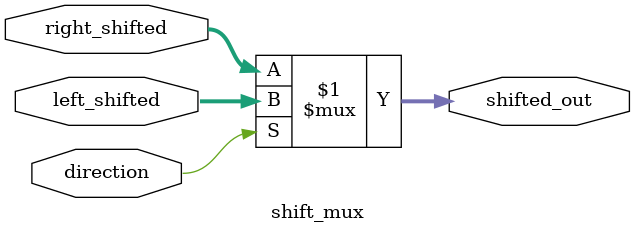
<source format=sv>

module barrel_shifter (
    input  wire [7:0] data_in,        // Input data
    input  wire [2:0] shift_amt,      // Shift amount
    input  wire       direction,      // 0: right, 1: left
    output wire [7:0] shifted_out     // Shifted result
);

    wire [7:0] left_shifted;
    wire [7:0] right_shifted;

    // Left shift submodule instance (barrel shifter structure)
    left_shifter u_left_shifter (
        .data_in   (data_in),
        .shift_amt (shift_amt),
        .result    (left_shifted)
    );

    // Right shift submodule instance (barrel shifter structure)
    right_shifter u_right_shifter (
        .data_in   (data_in),
        .shift_amt (shift_amt),
        .result    (right_shifted)
    );

    // Mux submodule instance to select direction
    shift_mux u_shift_mux (
        .left_shifted  (left_shifted),
        .right_shifted (right_shifted),
        .direction     (direction),
        .shifted_out   (shifted_out)
    );

endmodule

// -----------------------------------------------------------------------------
// Left shifter: Performs left logical shift operation using barrel shifter structure
// -----------------------------------------------------------------------------
module left_shifter (
    input  wire [7:0] data_in,         // Data to be shifted
    input  wire [2:0] shift_amt,       // Shift amount
    output wire [7:0] result           // Left-shifted result
);
    wire [7:0] stage0;
    wire [7:0] stage1;
    wire [7:0] stage2;

    // Stage 0: shift by 1 if shift_amt[0] is set
    assign stage0 = shift_amt[0] ? {data_in[6:0], 1'b0} : data_in;
    // Stage 1: shift by 2 if shift_amt[1] is set
    assign stage1 = shift_amt[1] ? {stage0[5:0], 2'b00} : stage0;
    // Stage 2: shift by 4 if shift_amt[2] is set
    assign stage2 = shift_amt[2] ? {stage1[3:0], 4'b0000} : stage1;

    assign result = stage2;
endmodule

// -----------------------------------------------------------------------------
// Right shifter: Performs right logical shift operation using barrel shifter structure
// -----------------------------------------------------------------------------
module right_shifter (
    input  wire [7:0] data_in,         // Data to be shifted
    input  wire [2:0] shift_amt,       // Shift amount
    output wire [7:0] result           // Right-shifted result
);
    wire [7:0] stage0;
    wire [7:0] stage1;
    wire [7:0] stage2;

    // Stage 0: shift by 1 if shift_amt[0] is set
    assign stage0 = shift_amt[0] ? {1'b0, data_in[7:1]} : data_in;
    // Stage 1: shift by 2 if shift_amt[1] is set
    assign stage1 = shift_amt[1] ? {2'b00, stage0[7:2]} : stage0;
    // Stage 2: shift by 4 if shift_amt[2] is set
    assign stage2 = shift_amt[2] ? {4'b0000, stage1[7:4]} : stage1;

    assign result = stage2;
endmodule

// -----------------------------------------------------------------------------
// Shift mux: Selects left or right shifted result based on direction
// -----------------------------------------------------------------------------
module shift_mux (
    input  wire [7:0] left_shifted,    // Output from left shifter
    input  wire [7:0] right_shifted,   // Output from right shifter
    input  wire       direction,       // 0: right, 1: left
    output wire [7:0] shifted_out      // Selected shift result
);
    assign shifted_out = direction ? left_shifted : right_shifted;
endmodule
</source>
